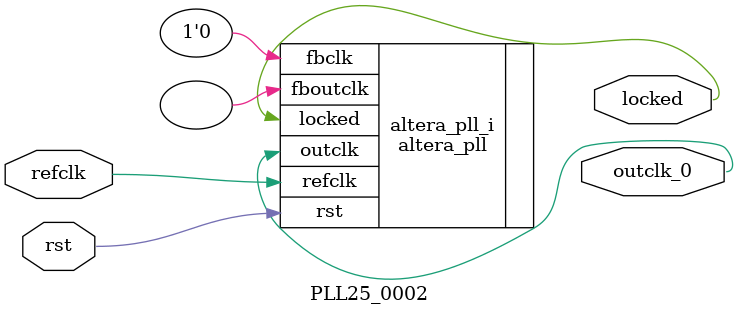
<source format=v>
`timescale 1ns/10ps
module  PLL25_0002(

	// interface 'refclk'
	input wire refclk,

	// interface 'reset'
	input wire rst,

	// interface 'outclk0'
	output wire outclk_0,

	// interface 'locked'
	output wire locked
);

	altera_pll #(
		.fractional_vco_multiplier("false"),
		.reference_clock_frequency("50.0 MHz"),
		.operation_mode("direct"),
		.number_of_clocks(1),
		.output_clock_frequency0("25.000000 MHz"),
		.phase_shift0("0 ps"),
		.duty_cycle0(50),
		.output_clock_frequency1("0 MHz"),
		.phase_shift1("0 ps"),
		.duty_cycle1(50),
		.output_clock_frequency2("0 MHz"),
		.phase_shift2("0 ps"),
		.duty_cycle2(50),
		.output_clock_frequency3("0 MHz"),
		.phase_shift3("0 ps"),
		.duty_cycle3(50),
		.output_clock_frequency4("0 MHz"),
		.phase_shift4("0 ps"),
		.duty_cycle4(50),
		.output_clock_frequency5("0 MHz"),
		.phase_shift5("0 ps"),
		.duty_cycle5(50),
		.output_clock_frequency6("0 MHz"),
		.phase_shift6("0 ps"),
		.duty_cycle6(50),
		.output_clock_frequency7("0 MHz"),
		.phase_shift7("0 ps"),
		.duty_cycle7(50),
		.output_clock_frequency8("0 MHz"),
		.phase_shift8("0 ps"),
		.duty_cycle8(50),
		.output_clock_frequency9("0 MHz"),
		.phase_shift9("0 ps"),
		.duty_cycle9(50),
		.output_clock_frequency10("0 MHz"),
		.phase_shift10("0 ps"),
		.duty_cycle10(50),
		.output_clock_frequency11("0 MHz"),
		.phase_shift11("0 ps"),
		.duty_cycle11(50),
		.output_clock_frequency12("0 MHz"),
		.phase_shift12("0 ps"),
		.duty_cycle12(50),
		.output_clock_frequency13("0 MHz"),
		.phase_shift13("0 ps"),
		.duty_cycle13(50),
		.output_clock_frequency14("0 MHz"),
		.phase_shift14("0 ps"),
		.duty_cycle14(50),
		.output_clock_frequency15("0 MHz"),
		.phase_shift15("0 ps"),
		.duty_cycle15(50),
		.output_clock_frequency16("0 MHz"),
		.phase_shift16("0 ps"),
		.duty_cycle16(50),
		.output_clock_frequency17("0 MHz"),
		.phase_shift17("0 ps"),
		.duty_cycle17(50),
		.pll_type("General"),
		.pll_subtype("General")
	) altera_pll_i (
		.rst	(rst),
		.outclk	({outclk_0}),
		.locked	(locked),
		.fboutclk	( ),
		.fbclk	(1'b0),
		.refclk	(refclk)
	);
endmodule


</source>
